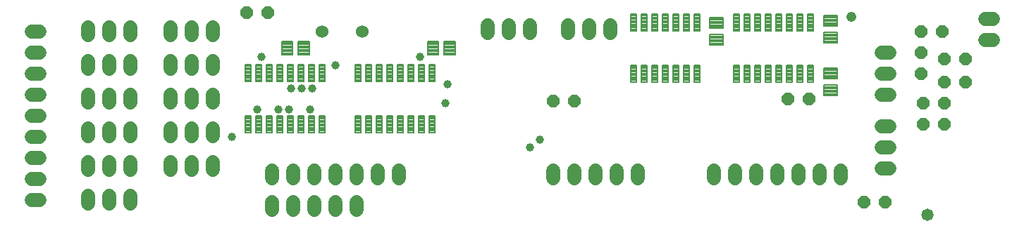
<source format=gbs>
G75*
G70*
%OFA0B0*%
%FSLAX24Y24*%
%IPPOS*%
%LPD*%
%AMOC8*
5,1,8,0,0,1.08239X$1,22.5*
%
%ADD10C,0.0600*%
%ADD11C,0.0680*%
%ADD12OC8,0.0600*%
%ADD13C,0.0082*%
%ADD14C,0.0083*%
%ADD15C,0.0580*%
%ADD16C,0.0390*%
%ADD17C,0.0476*%
D10*
X014931Y010181D03*
X016831Y010181D03*
D11*
X003881Y002361D02*
X003881Y002001D01*
X004881Y002001D02*
X004881Y002361D01*
X005881Y002361D02*
X005881Y002001D01*
X001561Y002181D02*
X001201Y002181D01*
X001201Y003181D02*
X001561Y003181D01*
X003881Y003601D02*
X003881Y003961D01*
X004881Y003961D02*
X004881Y003601D01*
X005881Y003601D02*
X005881Y003961D01*
X007781Y003961D02*
X007781Y003601D01*
X008781Y003601D02*
X008781Y003961D01*
X009781Y003961D02*
X009781Y003601D01*
X012581Y003561D02*
X012581Y003201D01*
X013581Y003201D02*
X013581Y003561D01*
X014581Y003561D02*
X014581Y003201D01*
X015581Y003201D02*
X015581Y003561D01*
X016581Y003561D02*
X016581Y003201D01*
X017581Y003201D02*
X017581Y003561D01*
X018581Y003561D02*
X018581Y003201D01*
X016581Y002061D02*
X016581Y001701D01*
X015581Y001701D02*
X015581Y002061D01*
X014581Y002061D02*
X014581Y001701D01*
X013581Y001701D02*
X013581Y002061D01*
X012581Y002061D02*
X012581Y001701D01*
X001561Y004181D02*
X001201Y004181D01*
X001201Y005181D02*
X001561Y005181D01*
X003881Y005201D02*
X003881Y005561D01*
X004881Y005561D02*
X004881Y005201D01*
X005881Y005201D02*
X005881Y005561D01*
X007781Y005561D02*
X007781Y005201D01*
X008781Y005201D02*
X008781Y005561D01*
X009781Y005561D02*
X009781Y005201D01*
X009781Y006801D02*
X009781Y007161D01*
X008781Y007161D02*
X008781Y006801D01*
X007781Y006801D02*
X007781Y007161D01*
X005881Y007161D02*
X005881Y006801D01*
X004881Y006801D02*
X004881Y007161D01*
X003881Y007161D02*
X003881Y006801D01*
X001561Y007181D02*
X001201Y007181D01*
X001201Y006181D02*
X001561Y006181D01*
X001561Y008181D02*
X001201Y008181D01*
X003881Y008401D02*
X003881Y008761D01*
X004881Y008761D02*
X004881Y008401D01*
X005881Y008401D02*
X005881Y008761D01*
X007781Y008761D02*
X007781Y008401D01*
X008781Y008401D02*
X008781Y008761D01*
X009781Y008761D02*
X009781Y008401D01*
X009781Y010001D02*
X009781Y010361D01*
X008781Y010361D02*
X008781Y010001D01*
X007781Y010001D02*
X007781Y010361D01*
X005881Y010361D02*
X005881Y010001D01*
X004881Y010001D02*
X004881Y010361D01*
X003881Y010361D02*
X003881Y010001D01*
X001561Y010181D02*
X001201Y010181D01*
X001201Y009181D02*
X001561Y009181D01*
X022781Y010101D02*
X022781Y010461D01*
X023781Y010461D02*
X023781Y010101D01*
X024781Y010101D02*
X024781Y010461D01*
X026581Y010461D02*
X026581Y010101D01*
X027581Y010101D02*
X027581Y010461D01*
X028581Y010461D02*
X028581Y010101D01*
X041401Y009181D02*
X041761Y009181D01*
X041761Y008181D02*
X041401Y008181D01*
X041401Y007181D02*
X041761Y007181D01*
X041761Y005681D02*
X041401Y005681D01*
X041401Y004681D02*
X041761Y004681D01*
X041761Y003681D02*
X041401Y003681D01*
X039481Y003561D02*
X039481Y003201D01*
X038481Y003201D02*
X038481Y003561D01*
X037481Y003561D02*
X037481Y003201D01*
X036481Y003201D02*
X036481Y003561D01*
X035481Y003561D02*
X035481Y003201D01*
X034481Y003201D02*
X034481Y003561D01*
X033481Y003561D02*
X033481Y003201D01*
X029881Y003201D02*
X029881Y003561D01*
X028881Y003561D02*
X028881Y003201D01*
X027881Y003201D02*
X027881Y003561D01*
X026881Y003561D02*
X026881Y003201D01*
X025881Y003201D02*
X025881Y003561D01*
X046301Y009781D02*
X046661Y009781D01*
X046661Y010781D02*
X046301Y010781D01*
D12*
X044281Y010181D03*
X043281Y010181D03*
X043281Y009181D03*
X044381Y008881D03*
X045381Y008881D03*
X043281Y008181D03*
X044381Y007781D03*
X045381Y007781D03*
X044381Y006781D03*
X043381Y006781D03*
X043381Y005781D03*
X044381Y005781D03*
X037981Y006981D03*
X036981Y006981D03*
X026881Y006881D03*
X025881Y006881D03*
X012381Y011081D03*
X011381Y011081D03*
X040581Y002081D03*
X041581Y002081D03*
D13*
X020260Y006170D02*
X020002Y006170D01*
X020260Y006170D02*
X020260Y005372D01*
X020002Y005372D01*
X020002Y006170D01*
X020002Y005453D02*
X020260Y005453D01*
X020260Y005534D02*
X020002Y005534D01*
X020002Y005615D02*
X020260Y005615D01*
X020260Y005696D02*
X020002Y005696D01*
X020002Y005777D02*
X020260Y005777D01*
X020260Y005858D02*
X020002Y005858D01*
X020002Y005939D02*
X020260Y005939D01*
X020260Y006020D02*
X020002Y006020D01*
X020002Y006101D02*
X020260Y006101D01*
X019760Y006170D02*
X019502Y006170D01*
X019760Y006170D02*
X019760Y005372D01*
X019502Y005372D01*
X019502Y006170D01*
X019502Y005453D02*
X019760Y005453D01*
X019760Y005534D02*
X019502Y005534D01*
X019502Y005615D02*
X019760Y005615D01*
X019760Y005696D02*
X019502Y005696D01*
X019502Y005777D02*
X019760Y005777D01*
X019760Y005858D02*
X019502Y005858D01*
X019502Y005939D02*
X019760Y005939D01*
X019760Y006020D02*
X019502Y006020D01*
X019502Y006101D02*
X019760Y006101D01*
X019260Y006170D02*
X019002Y006170D01*
X019260Y006170D02*
X019260Y005372D01*
X019002Y005372D01*
X019002Y006170D01*
X019002Y005453D02*
X019260Y005453D01*
X019260Y005534D02*
X019002Y005534D01*
X019002Y005615D02*
X019260Y005615D01*
X019260Y005696D02*
X019002Y005696D01*
X019002Y005777D02*
X019260Y005777D01*
X019260Y005858D02*
X019002Y005858D01*
X019002Y005939D02*
X019260Y005939D01*
X019260Y006020D02*
X019002Y006020D01*
X019002Y006101D02*
X019260Y006101D01*
X018760Y006170D02*
X018502Y006170D01*
X018760Y006170D02*
X018760Y005372D01*
X018502Y005372D01*
X018502Y006170D01*
X018502Y005453D02*
X018760Y005453D01*
X018760Y005534D02*
X018502Y005534D01*
X018502Y005615D02*
X018760Y005615D01*
X018760Y005696D02*
X018502Y005696D01*
X018502Y005777D02*
X018760Y005777D01*
X018760Y005858D02*
X018502Y005858D01*
X018502Y005939D02*
X018760Y005939D01*
X018760Y006020D02*
X018502Y006020D01*
X018502Y006101D02*
X018760Y006101D01*
X018260Y006170D02*
X018002Y006170D01*
X018260Y006170D02*
X018260Y005372D01*
X018002Y005372D01*
X018002Y006170D01*
X018002Y005453D02*
X018260Y005453D01*
X018260Y005534D02*
X018002Y005534D01*
X018002Y005615D02*
X018260Y005615D01*
X018260Y005696D02*
X018002Y005696D01*
X018002Y005777D02*
X018260Y005777D01*
X018260Y005858D02*
X018002Y005858D01*
X018002Y005939D02*
X018260Y005939D01*
X018260Y006020D02*
X018002Y006020D01*
X018002Y006101D02*
X018260Y006101D01*
X017760Y006170D02*
X017502Y006170D01*
X017760Y006170D02*
X017760Y005372D01*
X017502Y005372D01*
X017502Y006170D01*
X017502Y005453D02*
X017760Y005453D01*
X017760Y005534D02*
X017502Y005534D01*
X017502Y005615D02*
X017760Y005615D01*
X017760Y005696D02*
X017502Y005696D01*
X017502Y005777D02*
X017760Y005777D01*
X017760Y005858D02*
X017502Y005858D01*
X017502Y005939D02*
X017760Y005939D01*
X017760Y006020D02*
X017502Y006020D01*
X017502Y006101D02*
X017760Y006101D01*
X017260Y006170D02*
X017002Y006170D01*
X017260Y006170D02*
X017260Y005372D01*
X017002Y005372D01*
X017002Y006170D01*
X017002Y005453D02*
X017260Y005453D01*
X017260Y005534D02*
X017002Y005534D01*
X017002Y005615D02*
X017260Y005615D01*
X017260Y005696D02*
X017002Y005696D01*
X017002Y005777D02*
X017260Y005777D01*
X017260Y005858D02*
X017002Y005858D01*
X017002Y005939D02*
X017260Y005939D01*
X017260Y006020D02*
X017002Y006020D01*
X017002Y006101D02*
X017260Y006101D01*
X016760Y006170D02*
X016502Y006170D01*
X016760Y006170D02*
X016760Y005372D01*
X016502Y005372D01*
X016502Y006170D01*
X016502Y005453D02*
X016760Y005453D01*
X016760Y005534D02*
X016502Y005534D01*
X016502Y005615D02*
X016760Y005615D01*
X016760Y005696D02*
X016502Y005696D01*
X016502Y005777D02*
X016760Y005777D01*
X016760Y005858D02*
X016502Y005858D01*
X016502Y005939D02*
X016760Y005939D01*
X016760Y006020D02*
X016502Y006020D01*
X016502Y006101D02*
X016760Y006101D01*
X015060Y006170D02*
X014802Y006170D01*
X015060Y006170D02*
X015060Y005372D01*
X014802Y005372D01*
X014802Y006170D01*
X014802Y005453D02*
X015060Y005453D01*
X015060Y005534D02*
X014802Y005534D01*
X014802Y005615D02*
X015060Y005615D01*
X015060Y005696D02*
X014802Y005696D01*
X014802Y005777D02*
X015060Y005777D01*
X015060Y005858D02*
X014802Y005858D01*
X014802Y005939D02*
X015060Y005939D01*
X015060Y006020D02*
X014802Y006020D01*
X014802Y006101D02*
X015060Y006101D01*
X014560Y006170D02*
X014302Y006170D01*
X014560Y006170D02*
X014560Y005372D01*
X014302Y005372D01*
X014302Y006170D01*
X014302Y005453D02*
X014560Y005453D01*
X014560Y005534D02*
X014302Y005534D01*
X014302Y005615D02*
X014560Y005615D01*
X014560Y005696D02*
X014302Y005696D01*
X014302Y005777D02*
X014560Y005777D01*
X014560Y005858D02*
X014302Y005858D01*
X014302Y005939D02*
X014560Y005939D01*
X014560Y006020D02*
X014302Y006020D01*
X014302Y006101D02*
X014560Y006101D01*
X014060Y006170D02*
X013802Y006170D01*
X014060Y006170D02*
X014060Y005372D01*
X013802Y005372D01*
X013802Y006170D01*
X013802Y005453D02*
X014060Y005453D01*
X014060Y005534D02*
X013802Y005534D01*
X013802Y005615D02*
X014060Y005615D01*
X014060Y005696D02*
X013802Y005696D01*
X013802Y005777D02*
X014060Y005777D01*
X014060Y005858D02*
X013802Y005858D01*
X013802Y005939D02*
X014060Y005939D01*
X014060Y006020D02*
X013802Y006020D01*
X013802Y006101D02*
X014060Y006101D01*
X013560Y006170D02*
X013302Y006170D01*
X013560Y006170D02*
X013560Y005372D01*
X013302Y005372D01*
X013302Y006170D01*
X013302Y005453D02*
X013560Y005453D01*
X013560Y005534D02*
X013302Y005534D01*
X013302Y005615D02*
X013560Y005615D01*
X013560Y005696D02*
X013302Y005696D01*
X013302Y005777D02*
X013560Y005777D01*
X013560Y005858D02*
X013302Y005858D01*
X013302Y005939D02*
X013560Y005939D01*
X013560Y006020D02*
X013302Y006020D01*
X013302Y006101D02*
X013560Y006101D01*
X013060Y006170D02*
X012802Y006170D01*
X013060Y006170D02*
X013060Y005372D01*
X012802Y005372D01*
X012802Y006170D01*
X012802Y005453D02*
X013060Y005453D01*
X013060Y005534D02*
X012802Y005534D01*
X012802Y005615D02*
X013060Y005615D01*
X013060Y005696D02*
X012802Y005696D01*
X012802Y005777D02*
X013060Y005777D01*
X013060Y005858D02*
X012802Y005858D01*
X012802Y005939D02*
X013060Y005939D01*
X013060Y006020D02*
X012802Y006020D01*
X012802Y006101D02*
X013060Y006101D01*
X012560Y006170D02*
X012302Y006170D01*
X012560Y006170D02*
X012560Y005372D01*
X012302Y005372D01*
X012302Y006170D01*
X012302Y005453D02*
X012560Y005453D01*
X012560Y005534D02*
X012302Y005534D01*
X012302Y005615D02*
X012560Y005615D01*
X012560Y005696D02*
X012302Y005696D01*
X012302Y005777D02*
X012560Y005777D01*
X012560Y005858D02*
X012302Y005858D01*
X012302Y005939D02*
X012560Y005939D01*
X012560Y006020D02*
X012302Y006020D01*
X012302Y006101D02*
X012560Y006101D01*
X012060Y006170D02*
X011802Y006170D01*
X012060Y006170D02*
X012060Y005372D01*
X011802Y005372D01*
X011802Y006170D01*
X011802Y005453D02*
X012060Y005453D01*
X012060Y005534D02*
X011802Y005534D01*
X011802Y005615D02*
X012060Y005615D01*
X012060Y005696D02*
X011802Y005696D01*
X011802Y005777D02*
X012060Y005777D01*
X012060Y005858D02*
X011802Y005858D01*
X011802Y005939D02*
X012060Y005939D01*
X012060Y006020D02*
X011802Y006020D01*
X011802Y006101D02*
X012060Y006101D01*
X011560Y006170D02*
X011302Y006170D01*
X011560Y006170D02*
X011560Y005372D01*
X011302Y005372D01*
X011302Y006170D01*
X011302Y005453D02*
X011560Y005453D01*
X011560Y005534D02*
X011302Y005534D01*
X011302Y005615D02*
X011560Y005615D01*
X011560Y005696D02*
X011302Y005696D01*
X011302Y005777D02*
X011560Y005777D01*
X011560Y005858D02*
X011302Y005858D01*
X011302Y005939D02*
X011560Y005939D01*
X011560Y006020D02*
X011302Y006020D01*
X011302Y006101D02*
X011560Y006101D01*
X011560Y008590D02*
X011302Y008590D01*
X011560Y008590D02*
X011560Y007792D01*
X011302Y007792D01*
X011302Y008590D01*
X011302Y007873D02*
X011560Y007873D01*
X011560Y007954D02*
X011302Y007954D01*
X011302Y008035D02*
X011560Y008035D01*
X011560Y008116D02*
X011302Y008116D01*
X011302Y008197D02*
X011560Y008197D01*
X011560Y008278D02*
X011302Y008278D01*
X011302Y008359D02*
X011560Y008359D01*
X011560Y008440D02*
X011302Y008440D01*
X011302Y008521D02*
X011560Y008521D01*
X011802Y008590D02*
X012060Y008590D01*
X012060Y007792D01*
X011802Y007792D01*
X011802Y008590D01*
X011802Y007873D02*
X012060Y007873D01*
X012060Y007954D02*
X011802Y007954D01*
X011802Y008035D02*
X012060Y008035D01*
X012060Y008116D02*
X011802Y008116D01*
X011802Y008197D02*
X012060Y008197D01*
X012060Y008278D02*
X011802Y008278D01*
X011802Y008359D02*
X012060Y008359D01*
X012060Y008440D02*
X011802Y008440D01*
X011802Y008521D02*
X012060Y008521D01*
X012302Y008590D02*
X012560Y008590D01*
X012560Y007792D01*
X012302Y007792D01*
X012302Y008590D01*
X012302Y007873D02*
X012560Y007873D01*
X012560Y007954D02*
X012302Y007954D01*
X012302Y008035D02*
X012560Y008035D01*
X012560Y008116D02*
X012302Y008116D01*
X012302Y008197D02*
X012560Y008197D01*
X012560Y008278D02*
X012302Y008278D01*
X012302Y008359D02*
X012560Y008359D01*
X012560Y008440D02*
X012302Y008440D01*
X012302Y008521D02*
X012560Y008521D01*
X012802Y008590D02*
X013060Y008590D01*
X013060Y007792D01*
X012802Y007792D01*
X012802Y008590D01*
X012802Y007873D02*
X013060Y007873D01*
X013060Y007954D02*
X012802Y007954D01*
X012802Y008035D02*
X013060Y008035D01*
X013060Y008116D02*
X012802Y008116D01*
X012802Y008197D02*
X013060Y008197D01*
X013060Y008278D02*
X012802Y008278D01*
X012802Y008359D02*
X013060Y008359D01*
X013060Y008440D02*
X012802Y008440D01*
X012802Y008521D02*
X013060Y008521D01*
X013302Y008590D02*
X013560Y008590D01*
X013560Y007792D01*
X013302Y007792D01*
X013302Y008590D01*
X013302Y007873D02*
X013560Y007873D01*
X013560Y007954D02*
X013302Y007954D01*
X013302Y008035D02*
X013560Y008035D01*
X013560Y008116D02*
X013302Y008116D01*
X013302Y008197D02*
X013560Y008197D01*
X013560Y008278D02*
X013302Y008278D01*
X013302Y008359D02*
X013560Y008359D01*
X013560Y008440D02*
X013302Y008440D01*
X013302Y008521D02*
X013560Y008521D01*
X013802Y008590D02*
X014060Y008590D01*
X014060Y007792D01*
X013802Y007792D01*
X013802Y008590D01*
X013802Y007873D02*
X014060Y007873D01*
X014060Y007954D02*
X013802Y007954D01*
X013802Y008035D02*
X014060Y008035D01*
X014060Y008116D02*
X013802Y008116D01*
X013802Y008197D02*
X014060Y008197D01*
X014060Y008278D02*
X013802Y008278D01*
X013802Y008359D02*
X014060Y008359D01*
X014060Y008440D02*
X013802Y008440D01*
X013802Y008521D02*
X014060Y008521D01*
X014302Y008590D02*
X014560Y008590D01*
X014560Y007792D01*
X014302Y007792D01*
X014302Y008590D01*
X014302Y007873D02*
X014560Y007873D01*
X014560Y007954D02*
X014302Y007954D01*
X014302Y008035D02*
X014560Y008035D01*
X014560Y008116D02*
X014302Y008116D01*
X014302Y008197D02*
X014560Y008197D01*
X014560Y008278D02*
X014302Y008278D01*
X014302Y008359D02*
X014560Y008359D01*
X014560Y008440D02*
X014302Y008440D01*
X014302Y008521D02*
X014560Y008521D01*
X014802Y008590D02*
X015060Y008590D01*
X015060Y007792D01*
X014802Y007792D01*
X014802Y008590D01*
X014802Y007873D02*
X015060Y007873D01*
X015060Y007954D02*
X014802Y007954D01*
X014802Y008035D02*
X015060Y008035D01*
X015060Y008116D02*
X014802Y008116D01*
X014802Y008197D02*
X015060Y008197D01*
X015060Y008278D02*
X014802Y008278D01*
X014802Y008359D02*
X015060Y008359D01*
X015060Y008440D02*
X014802Y008440D01*
X014802Y008521D02*
X015060Y008521D01*
X016502Y008590D02*
X016760Y008590D01*
X016760Y007792D01*
X016502Y007792D01*
X016502Y008590D01*
X016502Y007873D02*
X016760Y007873D01*
X016760Y007954D02*
X016502Y007954D01*
X016502Y008035D02*
X016760Y008035D01*
X016760Y008116D02*
X016502Y008116D01*
X016502Y008197D02*
X016760Y008197D01*
X016760Y008278D02*
X016502Y008278D01*
X016502Y008359D02*
X016760Y008359D01*
X016760Y008440D02*
X016502Y008440D01*
X016502Y008521D02*
X016760Y008521D01*
X017002Y008590D02*
X017260Y008590D01*
X017260Y007792D01*
X017002Y007792D01*
X017002Y008590D01*
X017002Y007873D02*
X017260Y007873D01*
X017260Y007954D02*
X017002Y007954D01*
X017002Y008035D02*
X017260Y008035D01*
X017260Y008116D02*
X017002Y008116D01*
X017002Y008197D02*
X017260Y008197D01*
X017260Y008278D02*
X017002Y008278D01*
X017002Y008359D02*
X017260Y008359D01*
X017260Y008440D02*
X017002Y008440D01*
X017002Y008521D02*
X017260Y008521D01*
X017502Y008590D02*
X017760Y008590D01*
X017760Y007792D01*
X017502Y007792D01*
X017502Y008590D01*
X017502Y007873D02*
X017760Y007873D01*
X017760Y007954D02*
X017502Y007954D01*
X017502Y008035D02*
X017760Y008035D01*
X017760Y008116D02*
X017502Y008116D01*
X017502Y008197D02*
X017760Y008197D01*
X017760Y008278D02*
X017502Y008278D01*
X017502Y008359D02*
X017760Y008359D01*
X017760Y008440D02*
X017502Y008440D01*
X017502Y008521D02*
X017760Y008521D01*
X018002Y008590D02*
X018260Y008590D01*
X018260Y007792D01*
X018002Y007792D01*
X018002Y008590D01*
X018002Y007873D02*
X018260Y007873D01*
X018260Y007954D02*
X018002Y007954D01*
X018002Y008035D02*
X018260Y008035D01*
X018260Y008116D02*
X018002Y008116D01*
X018002Y008197D02*
X018260Y008197D01*
X018260Y008278D02*
X018002Y008278D01*
X018002Y008359D02*
X018260Y008359D01*
X018260Y008440D02*
X018002Y008440D01*
X018002Y008521D02*
X018260Y008521D01*
X018502Y008590D02*
X018760Y008590D01*
X018760Y007792D01*
X018502Y007792D01*
X018502Y008590D01*
X018502Y007873D02*
X018760Y007873D01*
X018760Y007954D02*
X018502Y007954D01*
X018502Y008035D02*
X018760Y008035D01*
X018760Y008116D02*
X018502Y008116D01*
X018502Y008197D02*
X018760Y008197D01*
X018760Y008278D02*
X018502Y008278D01*
X018502Y008359D02*
X018760Y008359D01*
X018760Y008440D02*
X018502Y008440D01*
X018502Y008521D02*
X018760Y008521D01*
X019002Y008590D02*
X019260Y008590D01*
X019260Y007792D01*
X019002Y007792D01*
X019002Y008590D01*
X019002Y007873D02*
X019260Y007873D01*
X019260Y007954D02*
X019002Y007954D01*
X019002Y008035D02*
X019260Y008035D01*
X019260Y008116D02*
X019002Y008116D01*
X019002Y008197D02*
X019260Y008197D01*
X019260Y008278D02*
X019002Y008278D01*
X019002Y008359D02*
X019260Y008359D01*
X019260Y008440D02*
X019002Y008440D01*
X019002Y008521D02*
X019260Y008521D01*
X019502Y008590D02*
X019760Y008590D01*
X019760Y007792D01*
X019502Y007792D01*
X019502Y008590D01*
X019502Y007873D02*
X019760Y007873D01*
X019760Y007954D02*
X019502Y007954D01*
X019502Y008035D02*
X019760Y008035D01*
X019760Y008116D02*
X019502Y008116D01*
X019502Y008197D02*
X019760Y008197D01*
X019760Y008278D02*
X019502Y008278D01*
X019502Y008359D02*
X019760Y008359D01*
X019760Y008440D02*
X019502Y008440D01*
X019502Y008521D02*
X019760Y008521D01*
X020002Y008590D02*
X020260Y008590D01*
X020260Y007792D01*
X020002Y007792D01*
X020002Y008590D01*
X020002Y007873D02*
X020260Y007873D01*
X020260Y007954D02*
X020002Y007954D01*
X020002Y008035D02*
X020260Y008035D01*
X020260Y008116D02*
X020002Y008116D01*
X020002Y008197D02*
X020260Y008197D01*
X020260Y008278D02*
X020002Y008278D01*
X020002Y008359D02*
X020260Y008359D01*
X020260Y008440D02*
X020002Y008440D01*
X020002Y008521D02*
X020260Y008521D01*
X029552Y008570D02*
X029810Y008570D01*
X029810Y007772D01*
X029552Y007772D01*
X029552Y008570D01*
X029552Y007853D02*
X029810Y007853D01*
X029810Y007934D02*
X029552Y007934D01*
X029552Y008015D02*
X029810Y008015D01*
X029810Y008096D02*
X029552Y008096D01*
X029552Y008177D02*
X029810Y008177D01*
X029810Y008258D02*
X029552Y008258D01*
X029552Y008339D02*
X029810Y008339D01*
X029810Y008420D02*
X029552Y008420D01*
X029552Y008501D02*
X029810Y008501D01*
X030052Y008570D02*
X030310Y008570D01*
X030310Y007772D01*
X030052Y007772D01*
X030052Y008570D01*
X030052Y007853D02*
X030310Y007853D01*
X030310Y007934D02*
X030052Y007934D01*
X030052Y008015D02*
X030310Y008015D01*
X030310Y008096D02*
X030052Y008096D01*
X030052Y008177D02*
X030310Y008177D01*
X030310Y008258D02*
X030052Y008258D01*
X030052Y008339D02*
X030310Y008339D01*
X030310Y008420D02*
X030052Y008420D01*
X030052Y008501D02*
X030310Y008501D01*
X030552Y008570D02*
X030810Y008570D01*
X030810Y007772D01*
X030552Y007772D01*
X030552Y008570D01*
X030552Y007853D02*
X030810Y007853D01*
X030810Y007934D02*
X030552Y007934D01*
X030552Y008015D02*
X030810Y008015D01*
X030810Y008096D02*
X030552Y008096D01*
X030552Y008177D02*
X030810Y008177D01*
X030810Y008258D02*
X030552Y008258D01*
X030552Y008339D02*
X030810Y008339D01*
X030810Y008420D02*
X030552Y008420D01*
X030552Y008501D02*
X030810Y008501D01*
X031052Y008570D02*
X031310Y008570D01*
X031310Y007772D01*
X031052Y007772D01*
X031052Y008570D01*
X031052Y007853D02*
X031310Y007853D01*
X031310Y007934D02*
X031052Y007934D01*
X031052Y008015D02*
X031310Y008015D01*
X031310Y008096D02*
X031052Y008096D01*
X031052Y008177D02*
X031310Y008177D01*
X031310Y008258D02*
X031052Y008258D01*
X031052Y008339D02*
X031310Y008339D01*
X031310Y008420D02*
X031052Y008420D01*
X031052Y008501D02*
X031310Y008501D01*
X031552Y008570D02*
X031810Y008570D01*
X031810Y007772D01*
X031552Y007772D01*
X031552Y008570D01*
X031552Y007853D02*
X031810Y007853D01*
X031810Y007934D02*
X031552Y007934D01*
X031552Y008015D02*
X031810Y008015D01*
X031810Y008096D02*
X031552Y008096D01*
X031552Y008177D02*
X031810Y008177D01*
X031810Y008258D02*
X031552Y008258D01*
X031552Y008339D02*
X031810Y008339D01*
X031810Y008420D02*
X031552Y008420D01*
X031552Y008501D02*
X031810Y008501D01*
X032052Y008570D02*
X032310Y008570D01*
X032310Y007772D01*
X032052Y007772D01*
X032052Y008570D01*
X032052Y007853D02*
X032310Y007853D01*
X032310Y007934D02*
X032052Y007934D01*
X032052Y008015D02*
X032310Y008015D01*
X032310Y008096D02*
X032052Y008096D01*
X032052Y008177D02*
X032310Y008177D01*
X032310Y008258D02*
X032052Y008258D01*
X032052Y008339D02*
X032310Y008339D01*
X032310Y008420D02*
X032052Y008420D01*
X032052Y008501D02*
X032310Y008501D01*
X032552Y008570D02*
X032810Y008570D01*
X032810Y007772D01*
X032552Y007772D01*
X032552Y008570D01*
X032552Y007853D02*
X032810Y007853D01*
X032810Y007934D02*
X032552Y007934D01*
X032552Y008015D02*
X032810Y008015D01*
X032810Y008096D02*
X032552Y008096D01*
X032552Y008177D02*
X032810Y008177D01*
X032810Y008258D02*
X032552Y008258D01*
X032552Y008339D02*
X032810Y008339D01*
X032810Y008420D02*
X032552Y008420D01*
X032552Y008501D02*
X032810Y008501D01*
X034402Y008570D02*
X034660Y008570D01*
X034660Y007772D01*
X034402Y007772D01*
X034402Y008570D01*
X034402Y007853D02*
X034660Y007853D01*
X034660Y007934D02*
X034402Y007934D01*
X034402Y008015D02*
X034660Y008015D01*
X034660Y008096D02*
X034402Y008096D01*
X034402Y008177D02*
X034660Y008177D01*
X034660Y008258D02*
X034402Y008258D01*
X034402Y008339D02*
X034660Y008339D01*
X034660Y008420D02*
X034402Y008420D01*
X034402Y008501D02*
X034660Y008501D01*
X034902Y008570D02*
X035160Y008570D01*
X035160Y007772D01*
X034902Y007772D01*
X034902Y008570D01*
X034902Y007853D02*
X035160Y007853D01*
X035160Y007934D02*
X034902Y007934D01*
X034902Y008015D02*
X035160Y008015D01*
X035160Y008096D02*
X034902Y008096D01*
X034902Y008177D02*
X035160Y008177D01*
X035160Y008258D02*
X034902Y008258D01*
X034902Y008339D02*
X035160Y008339D01*
X035160Y008420D02*
X034902Y008420D01*
X034902Y008501D02*
X035160Y008501D01*
X035402Y008570D02*
X035660Y008570D01*
X035660Y007772D01*
X035402Y007772D01*
X035402Y008570D01*
X035402Y007853D02*
X035660Y007853D01*
X035660Y007934D02*
X035402Y007934D01*
X035402Y008015D02*
X035660Y008015D01*
X035660Y008096D02*
X035402Y008096D01*
X035402Y008177D02*
X035660Y008177D01*
X035660Y008258D02*
X035402Y008258D01*
X035402Y008339D02*
X035660Y008339D01*
X035660Y008420D02*
X035402Y008420D01*
X035402Y008501D02*
X035660Y008501D01*
X035902Y008570D02*
X036160Y008570D01*
X036160Y007772D01*
X035902Y007772D01*
X035902Y008570D01*
X035902Y007853D02*
X036160Y007853D01*
X036160Y007934D02*
X035902Y007934D01*
X035902Y008015D02*
X036160Y008015D01*
X036160Y008096D02*
X035902Y008096D01*
X035902Y008177D02*
X036160Y008177D01*
X036160Y008258D02*
X035902Y008258D01*
X035902Y008339D02*
X036160Y008339D01*
X036160Y008420D02*
X035902Y008420D01*
X035902Y008501D02*
X036160Y008501D01*
X036402Y008570D02*
X036660Y008570D01*
X036660Y007772D01*
X036402Y007772D01*
X036402Y008570D01*
X036402Y007853D02*
X036660Y007853D01*
X036660Y007934D02*
X036402Y007934D01*
X036402Y008015D02*
X036660Y008015D01*
X036660Y008096D02*
X036402Y008096D01*
X036402Y008177D02*
X036660Y008177D01*
X036660Y008258D02*
X036402Y008258D01*
X036402Y008339D02*
X036660Y008339D01*
X036660Y008420D02*
X036402Y008420D01*
X036402Y008501D02*
X036660Y008501D01*
X036902Y008570D02*
X037160Y008570D01*
X037160Y007772D01*
X036902Y007772D01*
X036902Y008570D01*
X036902Y007853D02*
X037160Y007853D01*
X037160Y007934D02*
X036902Y007934D01*
X036902Y008015D02*
X037160Y008015D01*
X037160Y008096D02*
X036902Y008096D01*
X036902Y008177D02*
X037160Y008177D01*
X037160Y008258D02*
X036902Y008258D01*
X036902Y008339D02*
X037160Y008339D01*
X037160Y008420D02*
X036902Y008420D01*
X036902Y008501D02*
X037160Y008501D01*
X037402Y008570D02*
X037660Y008570D01*
X037660Y007772D01*
X037402Y007772D01*
X037402Y008570D01*
X037402Y007853D02*
X037660Y007853D01*
X037660Y007934D02*
X037402Y007934D01*
X037402Y008015D02*
X037660Y008015D01*
X037660Y008096D02*
X037402Y008096D01*
X037402Y008177D02*
X037660Y008177D01*
X037660Y008258D02*
X037402Y008258D01*
X037402Y008339D02*
X037660Y008339D01*
X037660Y008420D02*
X037402Y008420D01*
X037402Y008501D02*
X037660Y008501D01*
X037902Y008570D02*
X038160Y008570D01*
X038160Y007772D01*
X037902Y007772D01*
X037902Y008570D01*
X037902Y007853D02*
X038160Y007853D01*
X038160Y007934D02*
X037902Y007934D01*
X037902Y008015D02*
X038160Y008015D01*
X038160Y008096D02*
X037902Y008096D01*
X037902Y008177D02*
X038160Y008177D01*
X038160Y008258D02*
X037902Y008258D01*
X037902Y008339D02*
X038160Y008339D01*
X038160Y008420D02*
X037902Y008420D01*
X037902Y008501D02*
X038160Y008501D01*
X038160Y010990D02*
X037902Y010990D01*
X038160Y010990D02*
X038160Y010192D01*
X037902Y010192D01*
X037902Y010990D01*
X037902Y010273D02*
X038160Y010273D01*
X038160Y010354D02*
X037902Y010354D01*
X037902Y010435D02*
X038160Y010435D01*
X038160Y010516D02*
X037902Y010516D01*
X037902Y010597D02*
X038160Y010597D01*
X038160Y010678D02*
X037902Y010678D01*
X037902Y010759D02*
X038160Y010759D01*
X038160Y010840D02*
X037902Y010840D01*
X037902Y010921D02*
X038160Y010921D01*
X037660Y010990D02*
X037402Y010990D01*
X037660Y010990D02*
X037660Y010192D01*
X037402Y010192D01*
X037402Y010990D01*
X037402Y010273D02*
X037660Y010273D01*
X037660Y010354D02*
X037402Y010354D01*
X037402Y010435D02*
X037660Y010435D01*
X037660Y010516D02*
X037402Y010516D01*
X037402Y010597D02*
X037660Y010597D01*
X037660Y010678D02*
X037402Y010678D01*
X037402Y010759D02*
X037660Y010759D01*
X037660Y010840D02*
X037402Y010840D01*
X037402Y010921D02*
X037660Y010921D01*
X037160Y010990D02*
X036902Y010990D01*
X037160Y010990D02*
X037160Y010192D01*
X036902Y010192D01*
X036902Y010990D01*
X036902Y010273D02*
X037160Y010273D01*
X037160Y010354D02*
X036902Y010354D01*
X036902Y010435D02*
X037160Y010435D01*
X037160Y010516D02*
X036902Y010516D01*
X036902Y010597D02*
X037160Y010597D01*
X037160Y010678D02*
X036902Y010678D01*
X036902Y010759D02*
X037160Y010759D01*
X037160Y010840D02*
X036902Y010840D01*
X036902Y010921D02*
X037160Y010921D01*
X036660Y010990D02*
X036402Y010990D01*
X036660Y010990D02*
X036660Y010192D01*
X036402Y010192D01*
X036402Y010990D01*
X036402Y010273D02*
X036660Y010273D01*
X036660Y010354D02*
X036402Y010354D01*
X036402Y010435D02*
X036660Y010435D01*
X036660Y010516D02*
X036402Y010516D01*
X036402Y010597D02*
X036660Y010597D01*
X036660Y010678D02*
X036402Y010678D01*
X036402Y010759D02*
X036660Y010759D01*
X036660Y010840D02*
X036402Y010840D01*
X036402Y010921D02*
X036660Y010921D01*
X036160Y010990D02*
X035902Y010990D01*
X036160Y010990D02*
X036160Y010192D01*
X035902Y010192D01*
X035902Y010990D01*
X035902Y010273D02*
X036160Y010273D01*
X036160Y010354D02*
X035902Y010354D01*
X035902Y010435D02*
X036160Y010435D01*
X036160Y010516D02*
X035902Y010516D01*
X035902Y010597D02*
X036160Y010597D01*
X036160Y010678D02*
X035902Y010678D01*
X035902Y010759D02*
X036160Y010759D01*
X036160Y010840D02*
X035902Y010840D01*
X035902Y010921D02*
X036160Y010921D01*
X035660Y010990D02*
X035402Y010990D01*
X035660Y010990D02*
X035660Y010192D01*
X035402Y010192D01*
X035402Y010990D01*
X035402Y010273D02*
X035660Y010273D01*
X035660Y010354D02*
X035402Y010354D01*
X035402Y010435D02*
X035660Y010435D01*
X035660Y010516D02*
X035402Y010516D01*
X035402Y010597D02*
X035660Y010597D01*
X035660Y010678D02*
X035402Y010678D01*
X035402Y010759D02*
X035660Y010759D01*
X035660Y010840D02*
X035402Y010840D01*
X035402Y010921D02*
X035660Y010921D01*
X035160Y010990D02*
X034902Y010990D01*
X035160Y010990D02*
X035160Y010192D01*
X034902Y010192D01*
X034902Y010990D01*
X034902Y010273D02*
X035160Y010273D01*
X035160Y010354D02*
X034902Y010354D01*
X034902Y010435D02*
X035160Y010435D01*
X035160Y010516D02*
X034902Y010516D01*
X034902Y010597D02*
X035160Y010597D01*
X035160Y010678D02*
X034902Y010678D01*
X034902Y010759D02*
X035160Y010759D01*
X035160Y010840D02*
X034902Y010840D01*
X034902Y010921D02*
X035160Y010921D01*
X034660Y010990D02*
X034402Y010990D01*
X034660Y010990D02*
X034660Y010192D01*
X034402Y010192D01*
X034402Y010990D01*
X034402Y010273D02*
X034660Y010273D01*
X034660Y010354D02*
X034402Y010354D01*
X034402Y010435D02*
X034660Y010435D01*
X034660Y010516D02*
X034402Y010516D01*
X034402Y010597D02*
X034660Y010597D01*
X034660Y010678D02*
X034402Y010678D01*
X034402Y010759D02*
X034660Y010759D01*
X034660Y010840D02*
X034402Y010840D01*
X034402Y010921D02*
X034660Y010921D01*
X032810Y010990D02*
X032552Y010990D01*
X032810Y010990D02*
X032810Y010192D01*
X032552Y010192D01*
X032552Y010990D01*
X032552Y010273D02*
X032810Y010273D01*
X032810Y010354D02*
X032552Y010354D01*
X032552Y010435D02*
X032810Y010435D01*
X032810Y010516D02*
X032552Y010516D01*
X032552Y010597D02*
X032810Y010597D01*
X032810Y010678D02*
X032552Y010678D01*
X032552Y010759D02*
X032810Y010759D01*
X032810Y010840D02*
X032552Y010840D01*
X032552Y010921D02*
X032810Y010921D01*
X032310Y010990D02*
X032052Y010990D01*
X032310Y010990D02*
X032310Y010192D01*
X032052Y010192D01*
X032052Y010990D01*
X032052Y010273D02*
X032310Y010273D01*
X032310Y010354D02*
X032052Y010354D01*
X032052Y010435D02*
X032310Y010435D01*
X032310Y010516D02*
X032052Y010516D01*
X032052Y010597D02*
X032310Y010597D01*
X032310Y010678D02*
X032052Y010678D01*
X032052Y010759D02*
X032310Y010759D01*
X032310Y010840D02*
X032052Y010840D01*
X032052Y010921D02*
X032310Y010921D01*
X031810Y010990D02*
X031552Y010990D01*
X031810Y010990D02*
X031810Y010192D01*
X031552Y010192D01*
X031552Y010990D01*
X031552Y010273D02*
X031810Y010273D01*
X031810Y010354D02*
X031552Y010354D01*
X031552Y010435D02*
X031810Y010435D01*
X031810Y010516D02*
X031552Y010516D01*
X031552Y010597D02*
X031810Y010597D01*
X031810Y010678D02*
X031552Y010678D01*
X031552Y010759D02*
X031810Y010759D01*
X031810Y010840D02*
X031552Y010840D01*
X031552Y010921D02*
X031810Y010921D01*
X031310Y010990D02*
X031052Y010990D01*
X031310Y010990D02*
X031310Y010192D01*
X031052Y010192D01*
X031052Y010990D01*
X031052Y010273D02*
X031310Y010273D01*
X031310Y010354D02*
X031052Y010354D01*
X031052Y010435D02*
X031310Y010435D01*
X031310Y010516D02*
X031052Y010516D01*
X031052Y010597D02*
X031310Y010597D01*
X031310Y010678D02*
X031052Y010678D01*
X031052Y010759D02*
X031310Y010759D01*
X031310Y010840D02*
X031052Y010840D01*
X031052Y010921D02*
X031310Y010921D01*
X030810Y010990D02*
X030552Y010990D01*
X030810Y010990D02*
X030810Y010192D01*
X030552Y010192D01*
X030552Y010990D01*
X030552Y010273D02*
X030810Y010273D01*
X030810Y010354D02*
X030552Y010354D01*
X030552Y010435D02*
X030810Y010435D01*
X030810Y010516D02*
X030552Y010516D01*
X030552Y010597D02*
X030810Y010597D01*
X030810Y010678D02*
X030552Y010678D01*
X030552Y010759D02*
X030810Y010759D01*
X030810Y010840D02*
X030552Y010840D01*
X030552Y010921D02*
X030810Y010921D01*
X030310Y010990D02*
X030052Y010990D01*
X030310Y010990D02*
X030310Y010192D01*
X030052Y010192D01*
X030052Y010990D01*
X030052Y010273D02*
X030310Y010273D01*
X030310Y010354D02*
X030052Y010354D01*
X030052Y010435D02*
X030310Y010435D01*
X030310Y010516D02*
X030052Y010516D01*
X030052Y010597D02*
X030310Y010597D01*
X030310Y010678D02*
X030052Y010678D01*
X030052Y010759D02*
X030310Y010759D01*
X030310Y010840D02*
X030052Y010840D01*
X030052Y010921D02*
X030310Y010921D01*
X029810Y010990D02*
X029552Y010990D01*
X029810Y010990D02*
X029810Y010192D01*
X029552Y010192D01*
X029552Y010990D01*
X029552Y010273D02*
X029810Y010273D01*
X029810Y010354D02*
X029552Y010354D01*
X029552Y010435D02*
X029810Y010435D01*
X029810Y010516D02*
X029552Y010516D01*
X029552Y010597D02*
X029810Y010597D01*
X029810Y010678D02*
X029552Y010678D01*
X029552Y010759D02*
X029810Y010759D01*
X029810Y010840D02*
X029552Y010840D01*
X029552Y010921D02*
X029810Y010921D01*
D14*
X033267Y010830D02*
X033267Y010320D01*
X033267Y010830D02*
X033895Y010830D01*
X033895Y010320D01*
X033267Y010320D01*
X033267Y010402D02*
X033895Y010402D01*
X033895Y010484D02*
X033267Y010484D01*
X033267Y010566D02*
X033895Y010566D01*
X033895Y010648D02*
X033267Y010648D01*
X033267Y010730D02*
X033895Y010730D01*
X033895Y010812D02*
X033267Y010812D01*
X033267Y010043D02*
X033267Y009533D01*
X033267Y010043D02*
X033895Y010043D01*
X033895Y009533D01*
X033267Y009533D01*
X033267Y009615D02*
X033895Y009615D01*
X033895Y009697D02*
X033267Y009697D01*
X033267Y009779D02*
X033895Y009779D01*
X033895Y009861D02*
X033267Y009861D01*
X033267Y009943D02*
X033895Y009943D01*
X033895Y010025D02*
X033267Y010025D01*
X038667Y010143D02*
X038667Y009633D01*
X038667Y010143D02*
X039295Y010143D01*
X039295Y009633D01*
X038667Y009633D01*
X038667Y009715D02*
X039295Y009715D01*
X039295Y009797D02*
X038667Y009797D01*
X038667Y009879D02*
X039295Y009879D01*
X039295Y009961D02*
X038667Y009961D01*
X038667Y010043D02*
X039295Y010043D01*
X039295Y010125D02*
X038667Y010125D01*
X038667Y010420D02*
X038667Y010930D01*
X039295Y010930D01*
X039295Y010420D01*
X038667Y010420D01*
X038667Y010502D02*
X039295Y010502D01*
X039295Y010584D02*
X038667Y010584D01*
X038667Y010666D02*
X039295Y010666D01*
X039295Y010748D02*
X038667Y010748D01*
X038667Y010830D02*
X039295Y010830D01*
X039295Y010912D02*
X038667Y010912D01*
X038667Y008430D02*
X038667Y007920D01*
X038667Y008430D02*
X039295Y008430D01*
X039295Y007920D01*
X038667Y007920D01*
X038667Y008002D02*
X039295Y008002D01*
X039295Y008084D02*
X038667Y008084D01*
X038667Y008166D02*
X039295Y008166D01*
X039295Y008248D02*
X038667Y008248D01*
X038667Y008330D02*
X039295Y008330D01*
X039295Y008412D02*
X038667Y008412D01*
X038667Y007643D02*
X038667Y007133D01*
X038667Y007643D02*
X039295Y007643D01*
X039295Y007133D01*
X038667Y007133D01*
X038667Y007215D02*
X039295Y007215D01*
X039295Y007297D02*
X038667Y007297D01*
X038667Y007379D02*
X039295Y007379D01*
X039295Y007461D02*
X038667Y007461D01*
X038667Y007543D02*
X039295Y007543D01*
X039295Y007625D02*
X038667Y007625D01*
X021230Y009067D02*
X020720Y009067D01*
X020720Y009695D01*
X021230Y009695D01*
X021230Y009067D01*
X021230Y009149D02*
X020720Y009149D01*
X020720Y009231D02*
X021230Y009231D01*
X021230Y009313D02*
X020720Y009313D01*
X020720Y009395D02*
X021230Y009395D01*
X021230Y009477D02*
X020720Y009477D01*
X020720Y009559D02*
X021230Y009559D01*
X021230Y009641D02*
X020720Y009641D01*
X020443Y009067D02*
X019933Y009067D01*
X019933Y009695D01*
X020443Y009695D01*
X020443Y009067D01*
X020443Y009149D02*
X019933Y009149D01*
X019933Y009231D02*
X020443Y009231D01*
X020443Y009313D02*
X019933Y009313D01*
X019933Y009395D02*
X020443Y009395D01*
X020443Y009477D02*
X019933Y009477D01*
X019933Y009559D02*
X020443Y009559D01*
X020443Y009641D02*
X019933Y009641D01*
X014330Y009695D02*
X013820Y009695D01*
X014330Y009695D02*
X014330Y009067D01*
X013820Y009067D01*
X013820Y009695D01*
X013820Y009149D02*
X014330Y009149D01*
X014330Y009231D02*
X013820Y009231D01*
X013820Y009313D02*
X014330Y009313D01*
X014330Y009395D02*
X013820Y009395D01*
X013820Y009477D02*
X014330Y009477D01*
X014330Y009559D02*
X013820Y009559D01*
X013820Y009641D02*
X014330Y009641D01*
X013543Y009695D02*
X013033Y009695D01*
X013543Y009695D02*
X013543Y009067D01*
X013033Y009067D01*
X013033Y009695D01*
X013033Y009149D02*
X013543Y009149D01*
X013543Y009231D02*
X013033Y009231D01*
X013033Y009313D02*
X013543Y009313D01*
X013543Y009395D02*
X013033Y009395D01*
X013033Y009477D02*
X013543Y009477D01*
X013543Y009559D02*
X013033Y009559D01*
X013033Y009641D02*
X013543Y009641D01*
D15*
X043581Y001481D03*
D16*
X025241Y005022D03*
X024781Y004681D03*
X020781Y006781D03*
X020881Y007681D03*
X019581Y008981D03*
X015581Y008581D03*
X012081Y008981D03*
X013481Y007481D03*
X013981Y007481D03*
X014481Y007481D03*
X014381Y006481D03*
X013381Y006481D03*
X012881Y006481D03*
X011881Y006481D03*
X010681Y005181D03*
D17*
X039981Y010881D03*
M02*

</source>
